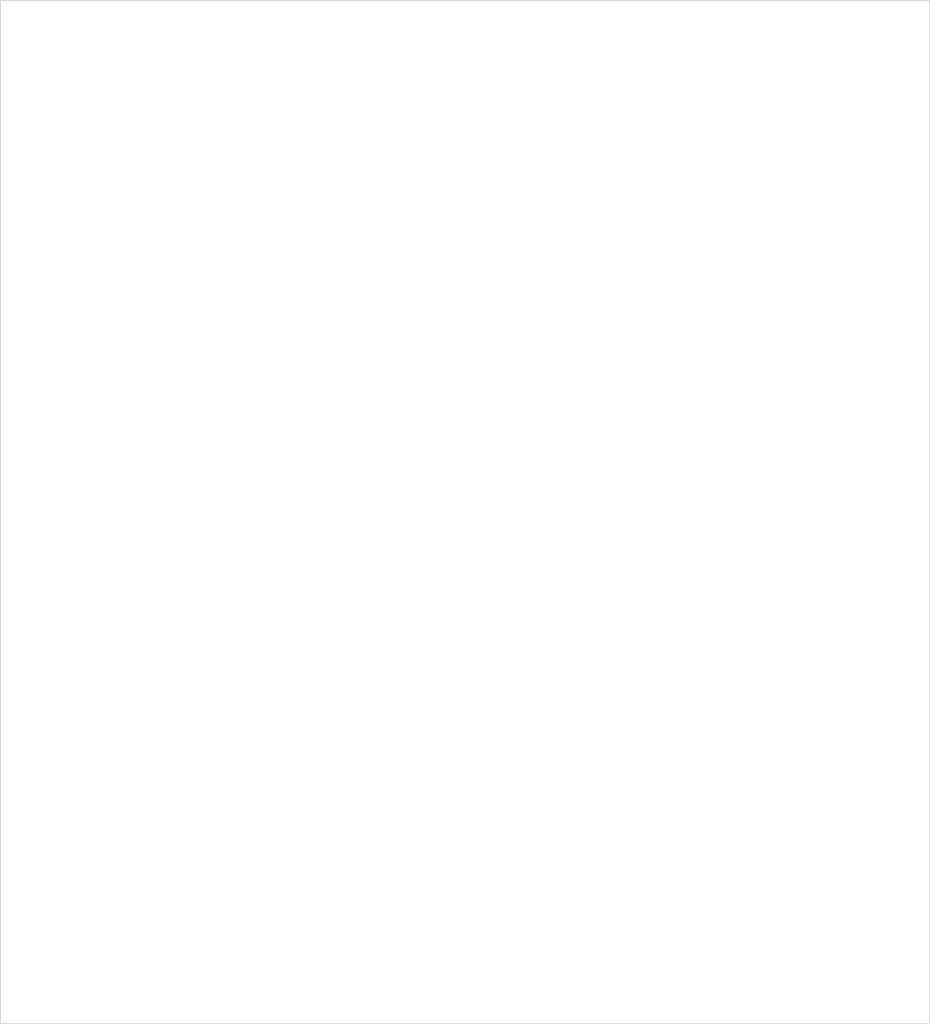
<source format=kicad_pcb>
(kicad_pcb
	(version 20240108)
	(generator "pcbnew")
	(generator_version "8.0")
	(general
		(thickness 1.6)
		(legacy_teardrops no)
	)
	(paper "A4")
	(layers
		(0 "F.Cu" signal)
		(31 "B.Cu" signal)
		(32 "B.Adhes" user "B.Adhesive")
		(33 "F.Adhes" user "F.Adhesive")
		(34 "B.Paste" user)
		(35 "F.Paste" user)
		(36 "B.SilkS" user "B.Silkscreen")
		(37 "F.SilkS" user "F.Silkscreen")
		(38 "B.Mask" user)
		(39 "F.Mask" user)
		(40 "Dwgs.User" user "User.Drawings")
		(41 "Cmts.User" user "User.Comments")
		(42 "Eco1.User" user "User.Eco1")
		(43 "Eco2.User" user "User.Eco2")
		(44 "Edge.Cuts" user)
		(45 "Margin" user)
		(46 "B.CrtYd" user "B.Courtyard")
		(47 "F.CrtYd" user "F.Courtyard")
		(48 "B.Fab" user)
		(49 "F.Fab" user)
		(50 "User.1" user)
		(51 "User.2" user)
		(52 "User.3" user)
		(53 "User.4" user)
		(54 "User.5" user)
		(55 "User.6" user)
		(56 "User.7" user)
		(57 "User.8" user)
		(58 "User.9" user)
	)
	(setup
		(stackup
			(layer "F.SilkS"
				(type "Top Silk Screen")
			)
			(layer "F.Paste"
				(type "Top Solder Paste")
			)
			(layer "F.Mask"
				(type "Top Solder Mask")
				(color "Black")
				(thickness 0.01)
			)
			(layer "F.Cu"
				(type "copper")
				(thickness 0.035)
			)
			(layer "dielectric 1"
				(type "core")
				(color "FR4 natural")
				(thickness 1.51)
				(material "FR4")
				(epsilon_r 4.5)
				(loss_tangent 0.02)
			)
			(layer "B.Cu"
				(type "copper")
				(thickness 0.035)
			)
			(layer "B.Mask"
				(type "Bottom Solder Mask")
				(color "Black")
				(thickness 0.01)
			)
			(layer "B.Paste"
				(type "Bottom Solder Paste")
			)
			(layer "B.SilkS"
				(type "Bottom Silk Screen")
			)
			(copper_finish "None")
			(dielectric_constraints no)
		)
		(pad_to_mask_clearance 0)
		(allow_soldermask_bridges_in_footprints no)
		(grid_origin 50 50)
		(pcbplotparams
			(layerselection 0x00010fc_ffffffff)
			(plot_on_all_layers_selection 0x0000000_00000000)
			(disableapertmacros no)
			(usegerberextensions no)
			(usegerberattributes yes)
			(usegerberadvancedattributes yes)
			(creategerberjobfile yes)
			(dashed_line_dash_ratio 12.000000)
			(dashed_line_gap_ratio 3.000000)
			(svgprecision 4)
			(plotframeref no)
			(viasonmask no)
			(mode 1)
			(useauxorigin no)
			(hpglpennumber 1)
			(hpglpenspeed 20)
			(hpglpendiameter 15.000000)
			(pdf_front_fp_property_popups yes)
			(pdf_back_fp_property_popups yes)
			(dxfpolygonmode yes)
			(dxfimperialunits yes)
			(dxfusepcbnewfont yes)
			(psnegative no)
			(psa4output no)
			(plotreference yes)
			(plotvalue yes)
			(plotfptext yes)
			(plotinvisibletext no)
			(sketchpadsonfab no)
			(subtractmaskfromsilk no)
			(outputformat 1)
			(mirror no)
			(drillshape 1)
			(scaleselection 1)
			(outputdirectory "")
		)
	)
	(net 0 "")
	(gr_arc
		(start 80 60)
		(mid 87.071068 62.928932)
		(end 90 70)
		(stroke
			(width 2)
			(type default)
		)
		(layer "B.Mask")
		(uuid "8dd07231-18fe-42e1-b4c3-f624e28f124f")
	)
	(gr_arc
		(start 80 60)
		(mid 87.071068 62.928932)
		(end 90 70)
		(stroke
			(width 2)
			(type default)
		)
		(layer "F.Mask")
		(uuid "a8e786ca-0787-427a-81d2-823278695d58")
	)
	(gr_rect
		(start 50 50)
		(end 150 160)
		(stroke
			(width 0.1)
			(type default)
		)
		(fill none)
		(layer "Edge.Cuts")
		(uuid "75d81187-4658-40a3-872e-3866bc72cfc7")
	)
	(zone
		(net 0)
		(net_name "")
		(layers "*.Mask")
		(uuid "64e9c4f1-0604-419e-a59c-737eac602d36")
		(hatch edge 0.5)
		(connect_pads
			(clearance 0.5)
		)
		(min_thickness 0.25)
		(filled_areas_thickness no)
		(fill yes
			(thermal_gap 0.5)
			(thermal_bridge_width 0.5)
		)
		(polygon
			(pts
				(xy 80 56) (xy 110 56) (xy 110 57) (xy 80 57)
			)
		)
		(filled_polygon
			(layer "B.Mask")
			(island)
			(pts
				(xy 109.943039 56.019685) (xy 109.988794 56.072489) (xy 110 56.124) (xy 110 56.876) (xy 109.980315 56.943039)
				(xy 109.927511 56.988794) (xy 109.876 57) (xy 80.124 57) (xy 80.056961 56.980315) (xy 80.011206 56.927511)
				(xy 80 56.876) (xy 80 56.124) (xy 80.019685 56.056961) (xy 80.072489 56.011206) (xy 80.124 56) (xy 109.876 56)
			)
		)
		(filled_polygon
			(layer "F.Mask")
			(island)
			(pts
				(xy 109.943039 56.019685) (xy 109.988794 56.072489) (xy 110 56.124) (xy 110 56.876) (xy 109.980315 56.943039)
				(xy 109.927511 56.988794) (xy 109.876 57) (xy 80.124 57) (xy 80.056961 56.980315) (xy 80.011206 56.927511)
				(xy 80 56.876) (xy 80 56.124) (xy 80.019685 56.056961) (xy 80.072489 56.011206) (xy 80.124 56) (xy 109.876 56)
			)
		)
	)
)

</source>
